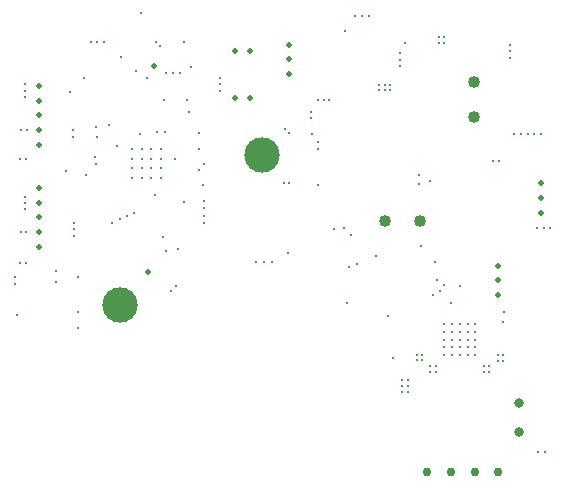
<source format=gbr>
%TF.GenerationSoftware,KiCad,Pcbnew,(6.0.6)*%
%TF.CreationDate,2022-08-27T18:47:08+08:00*%
%TF.ProjectId,Stealthburner_Toolhead_PCB,53746561-6c74-4686-9275-726e65725f54,rev?*%
%TF.SameCoordinates,Original*%
%TF.FileFunction,Plated,1,4,PTH,Drill*%
%TF.FilePolarity,Positive*%
%FSLAX46Y46*%
G04 Gerber Fmt 4.6, Leading zero omitted, Abs format (unit mm)*
G04 Created by KiCad (PCBNEW (6.0.6)) date 2022-08-27 18:47:08*
%MOMM*%
%LPD*%
G01*
G04 APERTURE LIST*
%TA.AperFunction,ViaDrill*%
%ADD10C,0.200000*%
%TD*%
%TA.AperFunction,ComponentDrill*%
%ADD11C,0.500000*%
%TD*%
%TA.AperFunction,ComponentDrill*%
%ADD12C,0.750000*%
%TD*%
%TA.AperFunction,ComponentDrill*%
%ADD13C,0.800000*%
%TD*%
%TA.AperFunction,ComponentDrill*%
%ADD14C,1.020000*%
%TD*%
%TA.AperFunction,ComponentDrill*%
%ADD15C,3.000000*%
%TD*%
G04 APERTURE END LIST*
D10*
X100634800Y-119024400D03*
X100634800Y-119583200D03*
X100838000Y-122224800D03*
X101092000Y-117805200D03*
X101117400Y-108966000D03*
X101142800Y-115163600D03*
X101168200Y-106502200D03*
X101498400Y-112217200D03*
X101498400Y-112725200D03*
X101498400Y-113233200D03*
X101549200Y-102666800D03*
X101549200Y-103225600D03*
X101549200Y-103733600D03*
X101574600Y-117805200D03*
X101600000Y-108966000D03*
X101625400Y-115163600D03*
X101650800Y-106502200D03*
X104140000Y-118465600D03*
X104140000Y-119430800D03*
X105003600Y-109982000D03*
X105333800Y-103352600D03*
X105613200Y-106578400D03*
X105613200Y-107137200D03*
X105664000Y-114401600D03*
X105664000Y-114960400D03*
X105664000Y-115519200D03*
X106019600Y-121970800D03*
X106019600Y-123342400D03*
X106021600Y-118971600D03*
X106476800Y-102108000D03*
X106645075Y-110372525D03*
X107086400Y-99060000D03*
X107442000Y-108813600D03*
X107506800Y-106310400D03*
X107543600Y-109423200D03*
X107641673Y-107162600D03*
X107645200Y-99060000D03*
X108204000Y-99060000D03*
X108585000Y-106121200D03*
X108915200Y-114401600D03*
X109321600Y-107873800D03*
X109524800Y-114096800D03*
X109626400Y-100380800D03*
X110134400Y-113842800D03*
X110591600Y-108153200D03*
X110591600Y-108966000D03*
X110591600Y-109778800D03*
X110591600Y-110591600D03*
X110744000Y-113538000D03*
X110923200Y-101522400D03*
X111285427Y-106902277D03*
X111353600Y-96621600D03*
X111404400Y-108153200D03*
X111404400Y-108966000D03*
X111404400Y-109778800D03*
X111404400Y-110591600D03*
X111810800Y-102108000D03*
X112217200Y-108153200D03*
X112217200Y-108966000D03*
X112217200Y-109778800D03*
X112217200Y-110591600D03*
X112522000Y-112064800D03*
X112572800Y-99060000D03*
X112674400Y-106730800D03*
X112979200Y-99415600D03*
X113030000Y-108153200D03*
X113030000Y-108966000D03*
X113030000Y-109778800D03*
X113030000Y-110591600D03*
X113182400Y-115620800D03*
X113309400Y-104013000D03*
X113334800Y-106745381D03*
X113436400Y-116789200D03*
X113487200Y-101701600D03*
X113893600Y-120142000D03*
X114046000Y-101701600D03*
X114198400Y-109016800D03*
X114300000Y-119735600D03*
X114503200Y-116636800D03*
X114604800Y-101701600D03*
X114960400Y-99060000D03*
X115011200Y-112674400D03*
X115214400Y-103987600D03*
X115366800Y-105003600D03*
X115570000Y-101193600D03*
X116211661Y-109911035D03*
X116230400Y-106781600D03*
X116281200Y-108153200D03*
X116621374Y-111234152D03*
X116636800Y-112572800D03*
X116636800Y-113182400D03*
X116636800Y-113792000D03*
X116636800Y-114401600D03*
X116687600Y-109423200D03*
X118059200Y-102158800D03*
X118059200Y-102666800D03*
X118059200Y-103225600D03*
X121056400Y-117703600D03*
X121716800Y-117703600D03*
X122428000Y-117703600D03*
X123444000Y-111048800D03*
X123494800Y-106426000D03*
X123799600Y-116941600D03*
X123850400Y-106781600D03*
X123901200Y-111048800D03*
X125730000Y-105003600D03*
X125730000Y-105562400D03*
X125816400Y-106847600D03*
X126288800Y-111201200D03*
X126337997Y-103986478D03*
X126339600Y-107594400D03*
X126339600Y-108153200D03*
X126795197Y-103986478D03*
X127252397Y-103986478D03*
X127660400Y-114909600D03*
X128524000Y-114858800D03*
X128574800Y-98145600D03*
X128795431Y-121151326D03*
X128981200Y-118110000D03*
X129082800Y-115417600D03*
X129438400Y-96875600D03*
X129590800Y-117856000D03*
X130048000Y-96875600D03*
X130657600Y-96875600D03*
X131216400Y-117195600D03*
X131521200Y-102717600D03*
X131521200Y-103174800D03*
X131978400Y-102717600D03*
X131978400Y-103174800D03*
X132232400Y-122326400D03*
X132435600Y-102717600D03*
X132435600Y-103174800D03*
X132689600Y-125831600D03*
X133299200Y-100025200D03*
X133299200Y-100584000D03*
X133299200Y-101142800D03*
X133426200Y-127736600D03*
X133426200Y-128244600D03*
X133426200Y-128752600D03*
X133705600Y-99212400D03*
X133934200Y-127736600D03*
X133934200Y-128244600D03*
X133934200Y-128752600D03*
X134670800Y-125577600D03*
X134670800Y-126034800D03*
X134874000Y-110388400D03*
X134874000Y-111099600D03*
X135077200Y-116382800D03*
X135128000Y-125577600D03*
X135128000Y-126034800D03*
X135788400Y-110845600D03*
X135839200Y-126542800D03*
X135839200Y-127000000D03*
X136093200Y-120497600D03*
X136245600Y-117754400D03*
X136296400Y-126542800D03*
X136296400Y-127000000D03*
X136396000Y-119280400D03*
X136550400Y-98704400D03*
X136550400Y-99187000D03*
X136675951Y-120201243D03*
X137007600Y-98704400D03*
X137007600Y-99187000D03*
X137007600Y-119684800D03*
X137007600Y-122961400D03*
X137007600Y-123621800D03*
X137007600Y-124282200D03*
X137007600Y-124942600D03*
X137007600Y-125577600D03*
X137566400Y-121158000D03*
X137668000Y-122961400D03*
X137668000Y-123621800D03*
X137668000Y-124282200D03*
X137668000Y-124942600D03*
X137668000Y-125577600D03*
X138328400Y-122961400D03*
X138328400Y-123621800D03*
X138328400Y-124282200D03*
X138328400Y-124942600D03*
X138328400Y-125577600D03*
X138379200Y-119786400D03*
X138988800Y-122961400D03*
X138988800Y-123621800D03*
X138988800Y-124282200D03*
X138988800Y-124942600D03*
X138988800Y-125577600D03*
X139649200Y-122961400D03*
X139649200Y-123621800D03*
X139649200Y-124282200D03*
X139649200Y-124942600D03*
X139649200Y-125577600D03*
X140360400Y-126542800D03*
X140360400Y-127000000D03*
X140817600Y-126542800D03*
X140817600Y-127000000D03*
X141173200Y-109169200D03*
X141528800Y-125628400D03*
X141528800Y-126085600D03*
X141630400Y-109169200D03*
X141986000Y-122834400D03*
X141986000Y-125628400D03*
X141986000Y-126085600D03*
X142087600Y-121970800D03*
X142544800Y-99314000D03*
X142544800Y-99872800D03*
X142544800Y-100431600D03*
X142951200Y-106883200D03*
X143510000Y-106883200D03*
X144068800Y-106883200D03*
X144627600Y-106883200D03*
X144881600Y-114858800D03*
X144983200Y-133807200D03*
X145186400Y-106883200D03*
X145440400Y-114858800D03*
X145542000Y-133807200D03*
X145999200Y-114858800D03*
D11*
%TO.C,J7*%
X102710400Y-111444400D03*
X102710400Y-112694400D03*
X102710400Y-113944400D03*
X102710400Y-115194400D03*
X102710400Y-116444400D03*
%TO.C,J10*%
X102717600Y-102797600D03*
X102717600Y-104047600D03*
X102717600Y-105297600D03*
X102717600Y-106547600D03*
X102717600Y-107797600D03*
%TO.C,TP1*%
X111963200Y-118567200D03*
%TO.C,J3*%
X112471200Y-101142800D03*
%TO.C,J6*%
X119278400Y-99872800D03*
%TO.C,J4*%
X119278400Y-103835200D03*
%TO.C,J6*%
X120528400Y-99872800D03*
%TO.C,J4*%
X120528400Y-103835200D03*
%TO.C,J2*%
X123901200Y-99314000D03*
X123901200Y-100564000D03*
X123901200Y-101814000D03*
%TO.C,J8*%
X141572400Y-118028400D03*
X141572400Y-119278400D03*
X141572400Y-120528400D03*
%TO.C,J5*%
X145230000Y-111068800D03*
X145230000Y-112318800D03*
X145230000Y-113568800D03*
D12*
%TO.C,J12*%
X135582400Y-135492400D03*
X137582400Y-135492400D03*
X139582400Y-135492400D03*
X141582400Y-135492400D03*
D13*
%TO.C,C32*%
X143306800Y-129641600D03*
X143306800Y-132141600D03*
D14*
%TO.C,J9*%
X131951600Y-114241600D03*
X134951600Y-114241600D03*
%TO.C,J1*%
X139540000Y-102436800D03*
X139540000Y-105436800D03*
D15*
%TO.C,H1*%
X109575600Y-121361200D03*
%TO.C,H2*%
X121564400Y-108661200D03*
M02*

</source>
